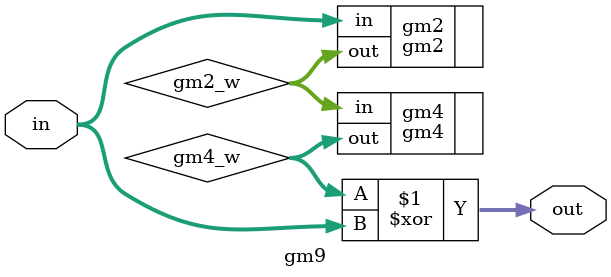
<source format=sv>
module gm9 (input logic [7:0] in,
            output logic [7:0] out);
            
logic [7:0] gm2_w;
logic [7:0] gm4_w;

gm2 gm2 (.in (in),
         .out(gm2_w));
         
gm4 gm4 (.in (gm2_w),
         .out(gm4_w));
                
assign out = gm4_w ^ in;
    
endmodule
</source>
